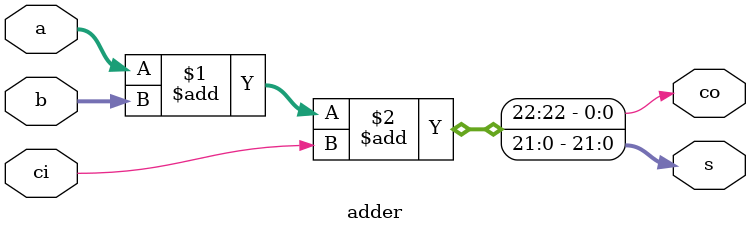
<source format=v>
module adder(a,b,s,ci,co);
    parameter n = 22;
    input [n-1:0] a,b;
    input ci;
    output [n-1:0] s;
    output co;
    assign {co,s}=a+b+ci; 
endmodule
</source>
